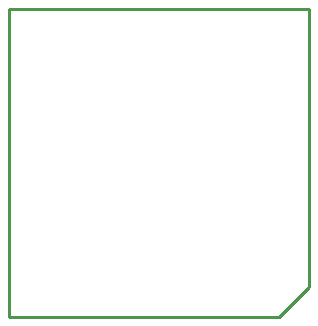
<source format=gbr>
G04 EAGLE Gerber RS-274X export*
G75*
%MOMM*%
%FSLAX34Y34*%
%LPD*%
%IN*%
%IPPOS*%
%AMOC8*
5,1,8,0,0,1.08239X$1,22.5*%
G01*
G04 Define Apertures*
%ADD10C,0.254000*%
D10*
X5842Y0D02*
X234442Y0D01*
X259842Y25400D01*
X259842Y260350D01*
X5842Y260350D01*
X5842Y0D01*
M02*

</source>
